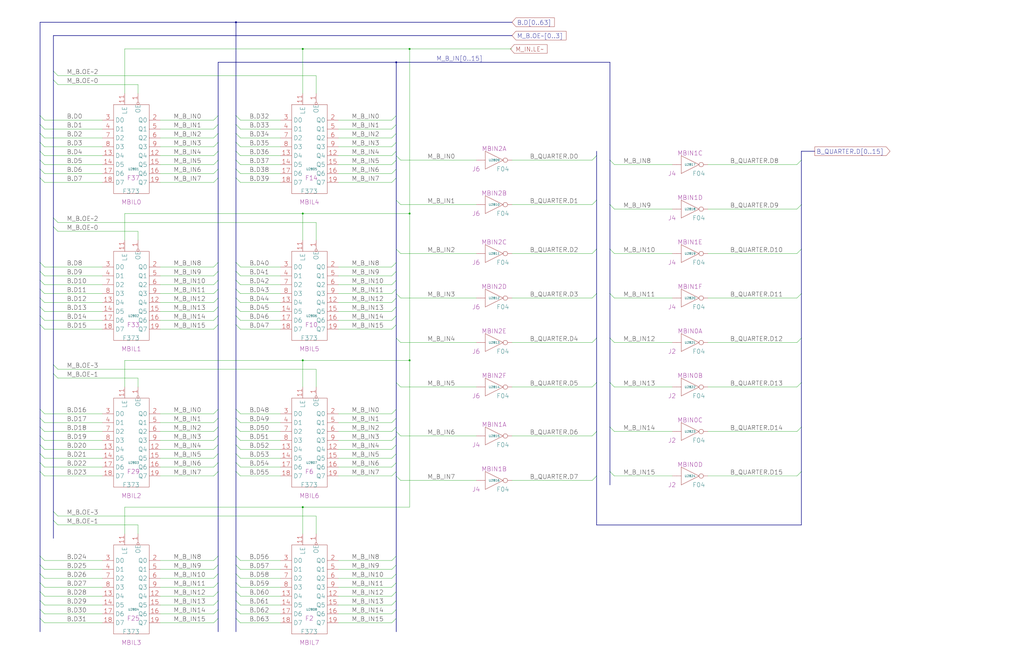
<source format=kicad_sch>
(kicad_sch (version 20220126) (generator eeschema)
  (paper "User" 584.2 378.46)
  (title_block (title "MULTIPLIER B INPUT LATCH") (date "22-MAR-90") (rev "1.0") (comment 1 "VALUE") (comment 2 "232-003063") (comment 3 "S400") (comment 4 "RELEASED"))
  (lib_symbols
    (symbol "r1000:F04" (pin_numbers hide) (pin_names hide)
      (property "Reference" "U" (at 0 0 0))
      (property "Value" "F04" (at 1.27 -5.08 0))
      (property "Location" "___" (at -12.7 -5.08 0))
      (property "Name" "______" (at 0 5.08 0))
      (symbol "F04_1_1"
        (pin input line (at -10.16 0 0) (length 2.54) (name "D0") (number "1"))
        (pin output line (at 10.16 0 180) (length 2.54) (name "Q") (number "2"))
      )
    )
    (symbol "r1000:F373" (pin_names (offset 1.016))
      (property "Reference" "U" (at 2.54 5.08 0))
      (property "Value" "F373" (at -3.81 -7.62 0))
      (property "Location" "___" (at -1.27 0 0))
      (property "Name" "______" (at 1.27 -15.24 0))
      (symbol "F373_1_1"
        (pin input line (at 5.08 48.26 270) (length 5.08) (name "OE") (number "1"))
        (pin input line (at -2.54 48.26 270) (length 6.35) (name "LE") (number "11"))
        (pin tri_state line (at 17.78 12.7 180) (length 6.35) (name "Q4") (number "12"))
        (pin input line (at -15.24 12.7 0) (length 6.35) (name "D4") (number "13"))
        (pin input line (at -15.24 7.62 0) (length 6.35) (name "D5") (number "14"))
        (pin tri_state line (at 17.78 7.62 180) (length 6.35) (name "Q5") (number "15"))
        (pin tri_state line (at 17.78 2.54 180) (length 6.35) (name "Q6") (number "16"))
        (pin input line (at -15.24 2.54 0) (length 6.35) (name "D6") (number "17"))
        (pin input line (at -15.24 -2.54 0) (length 6.35) (name "D7") (number "18"))
        (pin tri_state line (at 17.78 -2.54 180) (length 6.35) (name "Q7") (number "19"))
        (pin tri_state line (at 17.78 33.02 180) (length 6.35) (name "Q0") (number "2"))
        (pin input line (at -15.24 33.02 0) (length 6.35) (name "D0") (number "3"))
        (pin input line (at -15.24 27.94 0) (length 6.35) (name "D1") (number "4"))
        (pin tri_state line (at 17.78 27.94 180) (length 6.35) (name "Q1") (number "5"))
        (pin tri_state line (at 17.78 22.86 180) (length 6.35) (name "Q2") (number "6"))
        (pin input line (at -15.24 22.86 0) (length 6.35) (name "D2") (number "7"))
        (pin input line (at -15.24 17.78 0) (length 6.35) (name "D3") (number "8"))
        (pin tri_state line (at 17.78 17.78 180) (length 6.35) (name "Q3") (number "9"))
      )
    )
  )
  (bus (pts (xy 124.46 101.6) (xy 124.46 149.86)))
  (bus (pts (xy 124.46 149.86) (xy 124.46 154.94)))
  (bus (pts (xy 124.46 154.94) (xy 124.46 160.02)))
  (bus (pts (xy 124.46 160.02) (xy 124.46 165.1)))
  (bus (pts (xy 124.46 165.1) (xy 124.46 170.18)))
  (bus (pts (xy 124.46 170.18) (xy 124.46 175.26)))
  (bus (pts (xy 124.46 175.26) (xy 124.46 180.34)))
  (bus (pts (xy 124.46 180.34) (xy 124.46 185.42)))
  (bus (pts (xy 124.46 185.42) (xy 124.46 233.68)))
  (bus (pts (xy 124.46 233.68) (xy 124.46 238.76)))
  (bus (pts (xy 124.46 238.76) (xy 124.46 243.84)))
  (bus (pts (xy 124.46 243.84) (xy 124.46 248.92)))
  (bus (pts (xy 124.46 248.92) (xy 124.46 254)))
  (bus (pts (xy 124.46 254) (xy 124.46 259.08)))
  (bus (pts (xy 124.46 259.08) (xy 124.46 264.16)))
  (bus (pts (xy 124.46 264.16) (xy 124.46 269.24)))
  (bus (pts (xy 124.46 269.24) (xy 124.46 317.5)))
  (bus (pts (xy 124.46 317.5) (xy 124.46 322.58)))
  (bus (pts (xy 124.46 322.58) (xy 124.46 327.66)))
  (bus (pts (xy 124.46 327.66) (xy 124.46 332.74)))
  (bus (pts (xy 124.46 332.74) (xy 124.46 337.82)))
  (bus (pts (xy 124.46 337.82) (xy 124.46 342.9)))
  (bus (pts (xy 124.46 342.9) (xy 124.46 347.98)))
  (bus (pts (xy 124.46 347.98) (xy 124.46 353.06)))
  (bus (pts (xy 124.46 35.56) (xy 124.46 66.04)))
  (bus (pts (xy 124.46 35.56) (xy 226.06 35.56)))
  (bus (pts (xy 124.46 353.06) (xy 124.46 360.68)))
  (bus (pts (xy 124.46 66.04) (xy 124.46 71.12)))
  (bus (pts (xy 124.46 71.12) (xy 124.46 76.2)))
  (bus (pts (xy 124.46 76.2) (xy 124.46 81.28)))
  (bus (pts (xy 124.46 81.28) (xy 124.46 86.36)))
  (bus (pts (xy 124.46 86.36) (xy 124.46 91.44)))
  (bus (pts (xy 124.46 91.44) (xy 124.46 96.52)))
  (bus (pts (xy 124.46 96.52) (xy 124.46 101.6)))
  (bus (pts (xy 134.62 101.6) (xy 134.62 149.86)))
  (bus (pts (xy 134.62 12.7) (xy 134.62 66.04)))
  (bus (pts (xy 134.62 12.7) (xy 292.1 12.7)))
  (bus (pts (xy 134.62 149.86) (xy 134.62 154.94)))
  (bus (pts (xy 134.62 154.94) (xy 134.62 160.02)))
  (bus (pts (xy 134.62 160.02) (xy 134.62 165.1)))
  (bus (pts (xy 134.62 165.1) (xy 134.62 170.18)))
  (bus (pts (xy 134.62 170.18) (xy 134.62 175.26)))
  (bus (pts (xy 134.62 175.26) (xy 134.62 180.34)))
  (bus (pts (xy 134.62 180.34) (xy 134.62 185.42)))
  (bus (pts (xy 134.62 185.42) (xy 134.62 233.68)))
  (bus (pts (xy 134.62 233.68) (xy 134.62 238.76)))
  (bus (pts (xy 134.62 238.76) (xy 134.62 243.84)))
  (bus (pts (xy 134.62 243.84) (xy 134.62 248.92)))
  (bus (pts (xy 134.62 248.92) (xy 134.62 254)))
  (bus (pts (xy 134.62 254) (xy 134.62 259.08)))
  (bus (pts (xy 134.62 259.08) (xy 134.62 264.16)))
  (bus (pts (xy 134.62 264.16) (xy 134.62 269.24)))
  (bus (pts (xy 134.62 269.24) (xy 134.62 317.5)))
  (bus (pts (xy 134.62 317.5) (xy 134.62 322.58)))
  (bus (pts (xy 134.62 322.58) (xy 134.62 327.66)))
  (bus (pts (xy 134.62 327.66) (xy 134.62 332.74)))
  (bus (pts (xy 134.62 332.74) (xy 134.62 337.82)))
  (bus (pts (xy 134.62 337.82) (xy 134.62 342.9)))
  (bus (pts (xy 134.62 342.9) (xy 134.62 347.98)))
  (bus (pts (xy 134.62 347.98) (xy 134.62 353.06)))
  (bus (pts (xy 134.62 353.06) (xy 134.62 360.68)))
  (bus (pts (xy 134.62 66.04) (xy 134.62 71.12)))
  (bus (pts (xy 134.62 71.12) (xy 134.62 76.2)))
  (bus (pts (xy 134.62 76.2) (xy 134.62 81.28)))
  (bus (pts (xy 134.62 81.28) (xy 134.62 86.36)))
  (bus (pts (xy 134.62 86.36) (xy 134.62 91.44)))
  (bus (pts (xy 134.62 91.44) (xy 134.62 96.52)))
  (bus (pts (xy 134.62 96.52) (xy 134.62 101.6)))
  (bus (pts (xy 22.86 101.6) (xy 22.86 149.86)))
  (bus (pts (xy 22.86 12.7) (xy 134.62 12.7)))
  (bus (pts (xy 22.86 12.7) (xy 22.86 66.04)))
  (bus (pts (xy 22.86 149.86) (xy 22.86 154.94)))
  (bus (pts (xy 22.86 154.94) (xy 22.86 160.02)))
  (bus (pts (xy 22.86 160.02) (xy 22.86 165.1)))
  (bus (pts (xy 22.86 165.1) (xy 22.86 170.18)))
  (bus (pts (xy 22.86 170.18) (xy 22.86 175.26)))
  (bus (pts (xy 22.86 175.26) (xy 22.86 180.34)))
  (bus (pts (xy 22.86 180.34) (xy 22.86 185.42)))
  (bus (pts (xy 22.86 185.42) (xy 22.86 233.68)))
  (bus (pts (xy 22.86 233.68) (xy 22.86 238.76)))
  (bus (pts (xy 22.86 238.76) (xy 22.86 243.84)))
  (bus (pts (xy 22.86 243.84) (xy 22.86 248.92)))
  (bus (pts (xy 22.86 248.92) (xy 22.86 254)))
  (bus (pts (xy 22.86 254) (xy 22.86 259.08)))
  (bus (pts (xy 22.86 259.08) (xy 22.86 264.16)))
  (bus (pts (xy 22.86 264.16) (xy 22.86 269.24)))
  (bus (pts (xy 22.86 269.24) (xy 22.86 317.5)))
  (bus (pts (xy 22.86 317.5) (xy 22.86 322.58)))
  (bus (pts (xy 22.86 322.58) (xy 22.86 327.66)))
  (bus (pts (xy 22.86 327.66) (xy 22.86 332.74)))
  (bus (pts (xy 22.86 332.74) (xy 22.86 337.82)))
  (bus (pts (xy 22.86 337.82) (xy 22.86 342.9)))
  (bus (pts (xy 22.86 342.9) (xy 22.86 347.98)))
  (bus (pts (xy 22.86 347.98) (xy 22.86 353.06)))
  (bus (pts (xy 22.86 353.06) (xy 22.86 360.68)))
  (bus (pts (xy 22.86 66.04) (xy 22.86 71.12)))
  (bus (pts (xy 22.86 71.12) (xy 22.86 76.2)))
  (bus (pts (xy 22.86 76.2) (xy 22.86 81.28)))
  (bus (pts (xy 22.86 81.28) (xy 22.86 86.36)))
  (bus (pts (xy 22.86 86.36) (xy 22.86 91.44)))
  (bus (pts (xy 22.86 91.44) (xy 22.86 96.52)))
  (bus (pts (xy 22.86 96.52) (xy 22.86 101.6)))
  (bus (pts (xy 226.06 101.6) (xy 226.06 114.3)))
  (bus (pts (xy 226.06 114.3) (xy 226.06 142.24)))
  (bus (pts (xy 226.06 142.24) (xy 226.06 149.86)))
  (bus (pts (xy 226.06 149.86) (xy 226.06 154.94)))
  (bus (pts (xy 226.06 154.94) (xy 226.06 160.02)))
  (bus (pts (xy 226.06 160.02) (xy 226.06 165.1)))
  (bus (pts (xy 226.06 165.1) (xy 226.06 167.64)))
  (bus (pts (xy 226.06 167.64) (xy 226.06 170.18)))
  (bus (pts (xy 226.06 170.18) (xy 226.06 175.26)))
  (bus (pts (xy 226.06 175.26) (xy 226.06 180.34)))
  (bus (pts (xy 226.06 180.34) (xy 226.06 185.42)))
  (bus (pts (xy 226.06 185.42) (xy 226.06 193.04)))
  (bus (pts (xy 226.06 193.04) (xy 226.06 218.44)))
  (bus (pts (xy 226.06 218.44) (xy 226.06 233.68)))
  (bus (pts (xy 226.06 233.68) (xy 226.06 238.76)))
  (bus (pts (xy 226.06 238.76) (xy 226.06 243.84)))
  (bus (pts (xy 226.06 243.84) (xy 226.06 246.38)))
  (bus (pts (xy 226.06 246.38) (xy 226.06 248.92)))
  (bus (pts (xy 226.06 248.92) (xy 226.06 254)))
  (bus (pts (xy 226.06 254) (xy 226.06 259.08)))
  (bus (pts (xy 226.06 259.08) (xy 226.06 264.16)))
  (bus (pts (xy 226.06 264.16) (xy 226.06 269.24)))
  (bus (pts (xy 226.06 269.24) (xy 226.06 271.78)))
  (bus (pts (xy 226.06 271.78) (xy 226.06 317.5)))
  (bus (pts (xy 226.06 317.5) (xy 226.06 322.58)))
  (bus (pts (xy 226.06 322.58) (xy 226.06 327.66)))
  (bus (pts (xy 226.06 327.66) (xy 226.06 332.74)))
  (bus (pts (xy 226.06 332.74) (xy 226.06 337.82)))
  (bus (pts (xy 226.06 337.82) (xy 226.06 342.9)))
  (bus (pts (xy 226.06 342.9) (xy 226.06 347.98)))
  (bus (pts (xy 226.06 347.98) (xy 226.06 353.06)))
  (bus (pts (xy 226.06 35.56) (xy 226.06 66.04)))
  (bus (pts (xy 226.06 35.56) (xy 347.98 35.56)))
  (bus (pts (xy 226.06 353.06) (xy 226.06 360.68)))
  (bus (pts (xy 226.06 66.04) (xy 226.06 71.12)))
  (bus (pts (xy 226.06 71.12) (xy 226.06 76.2)))
  (bus (pts (xy 226.06 76.2) (xy 226.06 81.28)))
  (bus (pts (xy 226.06 81.28) (xy 226.06 86.36)))
  (bus (pts (xy 226.06 86.36) (xy 226.06 88.9)))
  (bus (pts (xy 226.06 88.9) (xy 226.06 91.44)))
  (bus (pts (xy 226.06 91.44) (xy 226.06 96.52)))
  (bus (pts (xy 226.06 96.52) (xy 226.06 101.6)))
  (bus (pts (xy 30.48 124.46) (xy 30.48 129.54)))
  (bus (pts (xy 30.48 129.54) (xy 30.48 208.28)))
  (bus (pts (xy 30.48 20.32) (xy 292.1 20.32)))
  (bus (pts (xy 30.48 20.32) (xy 30.48 40.64)))
  (bus (pts (xy 30.48 208.28) (xy 30.48 213.36)))
  (bus (pts (xy 30.48 213.36) (xy 30.48 292.1)))
  (bus (pts (xy 30.48 292.1) (xy 30.48 297.18)))
  (bus (pts (xy 30.48 297.18) (xy 30.48 307.34)))
  (bus (pts (xy 30.48 40.64) (xy 30.48 45.72)))
  (bus (pts (xy 30.48 45.72) (xy 30.48 124.46)))
  (bus (pts (xy 340.36 114.3) (xy 340.36 142.24)))
  (bus (pts (xy 340.36 142.24) (xy 340.36 167.64)))
  (bus (pts (xy 340.36 167.64) (xy 340.36 193.04)))
  (bus (pts (xy 340.36 193.04) (xy 340.36 218.44)))
  (bus (pts (xy 340.36 218.44) (xy 340.36 246.38)))
  (bus (pts (xy 340.36 246.38) (xy 340.36 271.78)))
  (bus (pts (xy 340.36 271.78) (xy 340.36 299.72)))
  (bus (pts (xy 340.36 299.72) (xy 457.2 299.72)))
  (bus (pts (xy 340.36 86.36) (xy 340.36 88.9)))
  (bus (pts (xy 340.36 88.9) (xy 340.36 114.3)))
  (bus (pts (xy 347.98 116.84) (xy 347.98 142.24)))
  (bus (pts (xy 347.98 142.24) (xy 347.98 167.64)))
  (bus (pts (xy 347.98 167.64) (xy 347.98 193.04)))
  (bus (pts (xy 347.98 193.04) (xy 347.98 218.44)))
  (bus (pts (xy 347.98 218.44) (xy 347.98 243.84)))
  (bus (pts (xy 347.98 243.84) (xy 347.98 269.24)))
  (bus (pts (xy 347.98 269.24) (xy 347.98 276.86)))
  (bus (pts (xy 347.98 35.56) (xy 347.98 91.44)))
  (bus (pts (xy 347.98 91.44) (xy 347.98 116.84)))
  (bus (pts (xy 457.2 116.84) (xy 457.2 142.24)))
  (bus (pts (xy 457.2 142.24) (xy 457.2 167.64)))
  (bus (pts (xy 457.2 167.64) (xy 457.2 193.04)))
  (bus (pts (xy 457.2 193.04) (xy 457.2 218.44)))
  (bus (pts (xy 457.2 218.44) (xy 457.2 243.84)))
  (bus (pts (xy 457.2 243.84) (xy 457.2 269.24)))
  (bus (pts (xy 457.2 269.24) (xy 457.2 299.72)))
  (bus (pts (xy 457.2 86.36) (xy 457.2 91.44)))
  (bus (pts (xy 457.2 86.36) (xy 464.82 86.36)))
  (bus (pts (xy 457.2 91.44) (xy 457.2 116.84)))
  (wire (pts (xy 137.16 104.14) (xy 160.02 104.14)))
  (wire (pts (xy 137.16 152.4) (xy 160.02 152.4)))
  (wire (pts (xy 137.16 157.48) (xy 160.02 157.48)))
  (wire (pts (xy 137.16 162.56) (xy 160.02 162.56)))
  (wire (pts (xy 137.16 167.64) (xy 160.02 167.64)))
  (wire (pts (xy 137.16 172.72) (xy 160.02 172.72)))
  (wire (pts (xy 137.16 177.8) (xy 160.02 177.8)))
  (wire (pts (xy 137.16 182.88) (xy 160.02 182.88)))
  (wire (pts (xy 137.16 187.96) (xy 160.02 187.96)))
  (wire (pts (xy 137.16 236.22) (xy 160.02 236.22)))
  (wire (pts (xy 137.16 241.3) (xy 160.02 241.3)))
  (wire (pts (xy 137.16 246.38) (xy 160.02 246.38)))
  (wire (pts (xy 137.16 251.46) (xy 160.02 251.46)))
  (wire (pts (xy 137.16 256.54) (xy 160.02 256.54)))
  (wire (pts (xy 137.16 261.62) (xy 160.02 261.62)))
  (wire (pts (xy 137.16 266.7) (xy 160.02 266.7)))
  (wire (pts (xy 137.16 271.78) (xy 160.02 271.78)))
  (wire (pts (xy 137.16 320.04) (xy 160.02 320.04)))
  (wire (pts (xy 137.16 325.12) (xy 160.02 325.12)))
  (wire (pts (xy 137.16 330.2) (xy 160.02 330.2)))
  (wire (pts (xy 137.16 335.28) (xy 160.02 335.28)))
  (wire (pts (xy 137.16 340.36) (xy 160.02 340.36)))
  (wire (pts (xy 137.16 345.44) (xy 160.02 345.44)))
  (wire (pts (xy 137.16 350.52) (xy 160.02 350.52)))
  (wire (pts (xy 137.16 355.6) (xy 160.02 355.6)))
  (wire (pts (xy 137.16 68.58) (xy 160.02 68.58)))
  (wire (pts (xy 137.16 73.66) (xy 160.02 73.66)))
  (wire (pts (xy 137.16 78.74) (xy 160.02 78.74)))
  (wire (pts (xy 137.16 83.82) (xy 160.02 83.82)))
  (wire (pts (xy 137.16 88.9) (xy 160.02 88.9)))
  (wire (pts (xy 137.16 93.98) (xy 160.02 93.98)))
  (wire (pts (xy 137.16 99.06) (xy 160.02 99.06)))
  (wire (pts (xy 172.72 121.92) (xy 172.72 137.16)))
  (wire (pts (xy 172.72 121.92) (xy 233.68 121.92)))
  (wire (pts (xy 172.72 205.74) (xy 172.72 220.98)))
  (wire (pts (xy 172.72 205.74) (xy 233.68 205.74)))
  (wire (pts (xy 172.72 27.94) (xy 172.72 53.34)))
  (wire (pts (xy 172.72 27.94) (xy 71.12 27.94)))
  (wire (pts (xy 172.72 289.56) (xy 172.72 304.8)))
  (wire (pts (xy 172.72 289.56) (xy 233.68 289.56)))
  (wire (pts (xy 180.34 127) (xy 180.34 137.16)))
  (wire (pts (xy 180.34 210.82) (xy 180.34 220.98)))
  (wire (pts (xy 180.34 294.64) (xy 180.34 304.8)))
  (wire (pts (xy 180.34 43.18) (xy 180.34 53.34)))
  (wire (pts (xy 193.04 104.14) (xy 223.52 104.14)))
  (wire (pts (xy 193.04 152.4) (xy 223.52 152.4)))
  (wire (pts (xy 193.04 157.48) (xy 223.52 157.48)))
  (wire (pts (xy 193.04 162.56) (xy 223.52 162.56)))
  (wire (pts (xy 193.04 167.64) (xy 223.52 167.64)))
  (wire (pts (xy 193.04 172.72) (xy 223.52 172.72)))
  (wire (pts (xy 193.04 177.8) (xy 223.52 177.8)))
  (wire (pts (xy 193.04 182.88) (xy 223.52 182.88)))
  (wire (pts (xy 193.04 187.96) (xy 223.52 187.96)))
  (wire (pts (xy 193.04 236.22) (xy 223.52 236.22)))
  (wire (pts (xy 193.04 241.3) (xy 223.52 241.3)))
  (wire (pts (xy 193.04 246.38) (xy 223.52 246.38)))
  (wire (pts (xy 193.04 251.46) (xy 223.52 251.46)))
  (wire (pts (xy 193.04 256.54) (xy 223.52 256.54)))
  (wire (pts (xy 193.04 261.62) (xy 223.52 261.62)))
  (wire (pts (xy 193.04 266.7) (xy 223.52 266.7)))
  (wire (pts (xy 193.04 271.78) (xy 223.52 271.78)))
  (wire (pts (xy 193.04 320.04) (xy 223.52 320.04)))
  (wire (pts (xy 193.04 325.12) (xy 223.52 325.12)))
  (wire (pts (xy 193.04 330.2) (xy 223.52 330.2)))
  (wire (pts (xy 193.04 335.28) (xy 223.52 335.28)))
  (wire (pts (xy 193.04 340.36) (xy 223.52 340.36)))
  (wire (pts (xy 193.04 345.44) (xy 223.52 345.44)))
  (wire (pts (xy 193.04 350.52) (xy 223.52 350.52)))
  (wire (pts (xy 193.04 355.6) (xy 223.52 355.6)))
  (wire (pts (xy 193.04 68.58) (xy 223.52 68.58)))
  (wire (pts (xy 193.04 73.66) (xy 223.52 73.66)))
  (wire (pts (xy 193.04 78.74) (xy 223.52 78.74)))
  (wire (pts (xy 193.04 83.82) (xy 223.52 83.82)))
  (wire (pts (xy 193.04 88.9) (xy 223.52 88.9)))
  (wire (pts (xy 193.04 93.98) (xy 223.52 93.98)))
  (wire (pts (xy 193.04 99.06) (xy 223.52 99.06)))
  (wire (pts (xy 228.6 116.84) (xy 271.78 116.84)))
  (wire (pts (xy 228.6 144.78) (xy 271.78 144.78)))
  (wire (pts (xy 228.6 170.18) (xy 271.78 170.18)))
  (wire (pts (xy 228.6 195.58) (xy 271.78 195.58)))
  (wire (pts (xy 228.6 220.98) (xy 271.78 220.98)))
  (wire (pts (xy 228.6 248.92) (xy 271.78 248.92)))
  (wire (pts (xy 228.6 274.32) (xy 271.78 274.32)))
  (wire (pts (xy 228.6 91.44) (xy 271.78 91.44)))
  (wire (pts (xy 233.68 121.92) (xy 233.68 27.94)))
  (wire (pts (xy 233.68 205.74) (xy 233.68 121.92)))
  (wire (pts (xy 233.68 27.94) (xy 172.72 27.94)))
  (wire (pts (xy 233.68 27.94) (xy 292.1 27.94)))
  (wire (pts (xy 233.68 289.56) (xy 233.68 205.74)))
  (wire (pts (xy 25.4 104.14) (xy 58.42 104.14)))
  (wire (pts (xy 25.4 152.4) (xy 58.42 152.4)))
  (wire (pts (xy 25.4 157.48) (xy 58.42 157.48)))
  (wire (pts (xy 25.4 162.56) (xy 58.42 162.56)))
  (wire (pts (xy 25.4 167.64) (xy 58.42 167.64)))
  (wire (pts (xy 25.4 172.72) (xy 58.42 172.72)))
  (wire (pts (xy 25.4 177.8) (xy 58.42 177.8)))
  (wire (pts (xy 25.4 182.88) (xy 58.42 182.88)))
  (wire (pts (xy 25.4 187.96) (xy 58.42 187.96)))
  (wire (pts (xy 25.4 236.22) (xy 58.42 236.22)))
  (wire (pts (xy 25.4 241.3) (xy 58.42 241.3)))
  (wire (pts (xy 25.4 246.38) (xy 58.42 246.38)))
  (wire (pts (xy 25.4 251.46) (xy 58.42 251.46)))
  (wire (pts (xy 25.4 256.54) (xy 58.42 256.54)))
  (wire (pts (xy 25.4 261.62) (xy 58.42 261.62)))
  (wire (pts (xy 25.4 266.7) (xy 58.42 266.7)))
  (wire (pts (xy 25.4 271.78) (xy 58.42 271.78)))
  (wire (pts (xy 25.4 320.04) (xy 58.42 320.04)))
  (wire (pts (xy 25.4 325.12) (xy 58.42 325.12)))
  (wire (pts (xy 25.4 330.2) (xy 58.42 330.2)))
  (wire (pts (xy 25.4 335.28) (xy 58.42 335.28)))
  (wire (pts (xy 25.4 340.36) (xy 58.42 340.36)))
  (wire (pts (xy 25.4 345.44) (xy 58.42 345.44)))
  (wire (pts (xy 25.4 350.52) (xy 58.42 350.52)))
  (wire (pts (xy 25.4 355.6) (xy 58.42 355.6)))
  (wire (pts (xy 25.4 68.58) (xy 58.42 68.58)))
  (wire (pts (xy 25.4 73.66) (xy 58.42 73.66)))
  (wire (pts (xy 25.4 78.74) (xy 58.42 78.74)))
  (wire (pts (xy 25.4 83.82) (xy 58.42 83.82)))
  (wire (pts (xy 25.4 88.9) (xy 58.42 88.9)))
  (wire (pts (xy 25.4 93.98) (xy 58.42 93.98)))
  (wire (pts (xy 25.4 99.06) (xy 58.42 99.06)))
  (wire (pts (xy 292.1 116.84) (xy 337.82 116.84)))
  (wire (pts (xy 292.1 144.78) (xy 337.82 144.78)))
  (wire (pts (xy 292.1 170.18) (xy 337.82 170.18)))
  (wire (pts (xy 292.1 195.58) (xy 337.82 195.58)))
  (wire (pts (xy 292.1 220.98) (xy 337.82 220.98)))
  (wire (pts (xy 292.1 248.92) (xy 337.82 248.92)))
  (wire (pts (xy 292.1 274.32) (xy 337.82 274.32)))
  (wire (pts (xy 292.1 91.44) (xy 337.82 91.44)))
  (wire (pts (xy 33.02 127) (xy 180.34 127)))
  (wire (pts (xy 33.02 132.08) (xy 78.74 132.08)))
  (wire (pts (xy 33.02 210.82) (xy 180.34 210.82)))
  (wire (pts (xy 33.02 215.9) (xy 78.74 215.9)))
  (wire (pts (xy 33.02 294.64) (xy 180.34 294.64)))
  (wire (pts (xy 33.02 299.72) (xy 78.74 299.72)))
  (wire (pts (xy 33.02 43.18) (xy 180.34 43.18)))
  (wire (pts (xy 33.02 48.26) (xy 78.74 48.26)))
  (wire (pts (xy 350.52 119.38) (xy 383.54 119.38)))
  (wire (pts (xy 350.52 144.78) (xy 383.54 144.78)))
  (wire (pts (xy 350.52 170.18) (xy 383.54 170.18)))
  (wire (pts (xy 350.52 195.58) (xy 383.54 195.58)))
  (wire (pts (xy 350.52 220.98) (xy 383.54 220.98)))
  (wire (pts (xy 350.52 246.38) (xy 383.54 246.38)))
  (wire (pts (xy 350.52 271.78) (xy 383.54 271.78)))
  (wire (pts (xy 350.52 93.98) (xy 383.54 93.98)))
  (wire (pts (xy 403.86 119.38) (xy 454.66 119.38)))
  (wire (pts (xy 403.86 144.78) (xy 454.66 144.78)))
  (wire (pts (xy 403.86 170.18) (xy 454.66 170.18)))
  (wire (pts (xy 403.86 195.58) (xy 454.66 195.58)))
  (wire (pts (xy 403.86 220.98) (xy 454.66 220.98)))
  (wire (pts (xy 403.86 246.38) (xy 454.66 246.38)))
  (wire (pts (xy 403.86 271.78) (xy 454.66 271.78)))
  (wire (pts (xy 403.86 93.98) (xy 454.66 93.98)))
  (wire (pts (xy 71.12 121.92) (xy 172.72 121.92)))
  (wire (pts (xy 71.12 121.92) (xy 71.12 137.16)))
  (wire (pts (xy 71.12 205.74) (xy 172.72 205.74)))
  (wire (pts (xy 71.12 205.74) (xy 71.12 220.98)))
  (wire (pts (xy 71.12 27.94) (xy 71.12 53.34)))
  (wire (pts (xy 71.12 289.56) (xy 172.72 289.56)))
  (wire (pts (xy 71.12 289.56) (xy 71.12 304.8)))
  (wire (pts (xy 78.74 132.08) (xy 78.74 137.16)))
  (wire (pts (xy 78.74 215.9) (xy 78.74 220.98)))
  (wire (pts (xy 78.74 299.72) (xy 78.74 304.8)))
  (wire (pts (xy 78.74 48.26) (xy 78.74 53.34)))
  (wire (pts (xy 91.44 104.14) (xy 121.92 104.14)))
  (wire (pts (xy 91.44 152.4) (xy 121.92 152.4)))
  (wire (pts (xy 91.44 157.48) (xy 121.92 157.48)))
  (wire (pts (xy 91.44 162.56) (xy 121.92 162.56)))
  (wire (pts (xy 91.44 167.64) (xy 121.92 167.64)))
  (wire (pts (xy 91.44 172.72) (xy 121.92 172.72)))
  (wire (pts (xy 91.44 177.8) (xy 121.92 177.8)))
  (wire (pts (xy 91.44 182.88) (xy 121.92 182.88)))
  (wire (pts (xy 91.44 187.96) (xy 121.92 187.96)))
  (wire (pts (xy 91.44 236.22) (xy 121.92 236.22)))
  (wire (pts (xy 91.44 241.3) (xy 121.92 241.3)))
  (wire (pts (xy 91.44 246.38) (xy 121.92 246.38)))
  (wire (pts (xy 91.44 251.46) (xy 121.92 251.46)))
  (wire (pts (xy 91.44 256.54) (xy 121.92 256.54)))
  (wire (pts (xy 91.44 261.62) (xy 121.92 261.62)))
  (wire (pts (xy 91.44 266.7) (xy 121.92 266.7)))
  (wire (pts (xy 91.44 271.78) (xy 121.92 271.78)))
  (wire (pts (xy 91.44 320.04) (xy 121.92 320.04)))
  (wire (pts (xy 91.44 325.12) (xy 121.92 325.12)))
  (wire (pts (xy 91.44 330.2) (xy 121.92 330.2)))
  (wire (pts (xy 91.44 335.28) (xy 121.92 335.28)))
  (wire (pts (xy 91.44 340.36) (xy 121.92 340.36)))
  (wire (pts (xy 91.44 345.44) (xy 121.92 345.44)))
  (wire (pts (xy 91.44 350.52) (xy 121.92 350.52)))
  (wire (pts (xy 91.44 355.6) (xy 121.92 355.6)))
  (wire (pts (xy 91.44 68.58) (xy 121.92 68.58)))
  (wire (pts (xy 91.44 73.66) (xy 121.92 73.66)))
  (wire (pts (xy 91.44 78.74) (xy 121.92 78.74)))
  (wire (pts (xy 91.44 83.82) (xy 121.92 83.82)))
  (wire (pts (xy 91.44 88.9) (xy 121.92 88.9)))
  (wire (pts (xy 91.44 93.98) (xy 121.92 93.98)))
  (wire (pts (xy 91.44 99.06) (xy 121.92 99.06)))
  (bus_entry (at 22.86 66.04) (size 2.54 2.54))
  (bus_entry (at 22.86 71.12) (size 2.54 2.54))
  (bus_entry (at 22.86 76.2) (size 2.54 2.54))
  (bus_entry (at 22.86 81.28) (size 2.54 2.54))
  (bus_entry (at 22.86 86.36) (size 2.54 2.54))
  (bus_entry (at 22.86 91.44) (size 2.54 2.54))
  (bus_entry (at 22.86 96.52) (size 2.54 2.54))
  (bus_entry (at 22.86 101.6) (size 2.54 2.54))
  (bus_entry (at 22.86 149.86) (size 2.54 2.54))
  (bus_entry (at 22.86 154.94) (size 2.54 2.54))
  (bus_entry (at 22.86 160.02) (size 2.54 2.54))
  (bus_entry (at 22.86 165.1) (size 2.54 2.54))
  (bus_entry (at 22.86 170.18) (size 2.54 2.54))
  (bus_entry (at 22.86 175.26) (size 2.54 2.54))
  (bus_entry (at 22.86 180.34) (size 2.54 2.54))
  (bus_entry (at 22.86 185.42) (size 2.54 2.54))
  (bus_entry (at 22.86 233.68) (size 2.54 2.54))
  (bus_entry (at 22.86 238.76) (size 2.54 2.54))
  (bus_entry (at 22.86 243.84) (size 2.54 2.54))
  (bus_entry (at 22.86 248.92) (size 2.54 2.54))
  (bus_entry (at 22.86 254) (size 2.54 2.54))
  (bus_entry (at 22.86 259.08) (size 2.54 2.54))
  (bus_entry (at 22.86 264.16) (size 2.54 2.54))
  (bus_entry (at 22.86 269.24) (size 2.54 2.54))
  (bus_entry (at 22.86 317.5) (size 2.54 2.54))
  (bus_entry (at 22.86 322.58) (size 2.54 2.54))
  (bus_entry (at 22.86 327.66) (size 2.54 2.54))
  (bus_entry (at 22.86 332.74) (size 2.54 2.54))
  (bus_entry (at 22.86 337.82) (size 2.54 2.54))
  (bus_entry (at 22.86 342.9) (size 2.54 2.54))
  (bus_entry (at 22.86 347.98) (size 2.54 2.54))
  (bus_entry (at 22.86 353.06) (size 2.54 2.54))
  (bus_entry (at 30.48 40.64) (size 2.54 2.54))
  (bus_entry (at 30.48 45.72) (size 2.54 2.54))
  (bus_entry (at 30.48 124.46) (size 2.54 2.54))
  (bus_entry (at 30.48 129.54) (size 2.54 2.54))
  (bus_entry (at 30.48 208.28) (size 2.54 2.54))
  (bus_entry (at 30.48 213.36) (size 2.54 2.54))
  (bus_entry (at 30.48 292.1) (size 2.54 2.54))
  (bus_entry (at 30.48 297.18) (size 2.54 2.54))
  (label "M_B.OE~2" (at 38.1 43.18 0) (effects (font (size 2.54 2.54))))
  (label "M_B.OE~0" (at 38.1 48.26 0) (effects (font (size 2.54 2.54))))
  (label "B.D0" (at 38.1 68.58 0) (effects (font (size 2.54 2.54))))
  (label "B.D1" (at 38.1 73.66 0) (effects (font (size 2.54 2.54))))
  (label "B.D2" (at 38.1 78.74 0) (effects (font (size 2.54 2.54))))
  (label "B.D3" (at 38.1 83.82 0) (effects (font (size 2.54 2.54))))
  (label "B.D4" (at 38.1 88.9 0) (effects (font (size 2.54 2.54))))
  (label "B.D5" (at 38.1 93.98 0) (effects (font (size 2.54 2.54))))
  (label "B.D6" (at 38.1 99.06 0) (effects (font (size 2.54 2.54))))
  (label "B.D7" (at 38.1 104.14 0) (effects (font (size 2.54 2.54))))
  (label "M_B.OE~2" (at 38.1 127 0) (effects (font (size 2.54 2.54))))
  (label "M_B.OE~0" (at 38.1 132.08 0) (effects (font (size 2.54 2.54))))
  (label "B.D8" (at 38.1 152.4 0) (effects (font (size 2.54 2.54))))
  (label "B.D9" (at 38.1 157.48 0) (effects (font (size 2.54 2.54))))
  (label "B.D10" (at 38.1 162.56 0) (effects (font (size 2.54 2.54))))
  (label "B.D11" (at 38.1 167.64 0) (effects (font (size 2.54 2.54))))
  (label "B.D12" (at 38.1 172.72 0) (effects (font (size 2.54 2.54))))
  (label "B.D13" (at 38.1 177.8 0) (effects (font (size 2.54 2.54))))
  (label "B.D14" (at 38.1 182.88 0) (effects (font (size 2.54 2.54))))
  (label "B.D15" (at 38.1 187.96 0) (effects (font (size 2.54 2.54))))
  (label "M_B.OE~3" (at 38.1 210.82 0) (effects (font (size 2.54 2.54))))
  (label "M_B.OE~1" (at 38.1 215.9 0) (effects (font (size 2.54 2.54))))
  (label "B.D16" (at 38.1 236.22 0) (effects (font (size 2.54 2.54))))
  (label "B.D17" (at 38.1 241.3 0) (effects (font (size 2.54 2.54))))
  (label "B.D18" (at 38.1 246.38 0) (effects (font (size 2.54 2.54))))
  (label "B.D19" (at 38.1 251.46 0) (effects (font (size 2.54 2.54))))
  (label "B.D20" (at 38.1 256.54 0) (effects (font (size 2.54 2.54))))
  (label "B.D21" (at 38.1 261.62 0) (effects (font (size 2.54 2.54))))
  (label "B.D22" (at 38.1 266.7 0) (effects (font (size 2.54 2.54))))
  (label "B.D23" (at 38.1 271.78 0) (effects (font (size 2.54 2.54))))
  (label "M_B.OE~3" (at 38.1 294.64 0) (effects (font (size 2.54 2.54))))
  (label "M_B.OE~1" (at 38.1 299.72 0) (effects (font (size 2.54 2.54))))
  (label "B.D24" (at 38.1 320.04 0) (effects (font (size 2.54 2.54))))
  (label "B.D25" (at 38.1 325.12 0) (effects (font (size 2.54 2.54))))
  (label "B.D26" (at 38.1 330.2 0) (effects (font (size 2.54 2.54))))
  (label "B.D27" (at 38.1 335.28 0) (effects (font (size 2.54 2.54))))
  (label "B.D28" (at 38.1 340.36 0) (effects (font (size 2.54 2.54))))
  (label "B.D29" (at 38.1 345.44 0) (effects (font (size 2.54 2.54))))
  (label "B.D30" (at 38.1 350.52 0) (effects (font (size 2.54 2.54))))
  (label "B.D31" (at 38.1 355.6 0) (effects (font (size 2.54 2.54))))
  (symbol (lib_id "r1000:F373") (at 73.66 101.6 0) (unit 1)
    (property "Reference" "U2801" (at 76.2 96.52 0))
    (property "Value" "F373" (at 69.85 109.22 0) (effects (font (size 2.54 2.54)) (justify left)))
    (property "Location" "F37" (at 72.39 101.6 0) (effects (font (size 2.54 2.54)) (justify left)))
    (property "Name" "MBIL0" (at 74.93 116.84 0) (effects (font (size 2.54 2.54)) (justify bottom)))
  )
  (symbol (lib_id "r1000:F373") (at 73.66 185.42 0) (unit 1)
    (property "Reference" "U2802" (at 76.2 180.34 0))
    (property "Value" "F373" (at 69.85 193.04 0) (effects (font (size 2.54 2.54)) (justify left)))
    (property "Location" "F33" (at 72.39 185.42 0) (effects (font (size 2.54 2.54)) (justify left)))
    (property "Name" "MBIL1" (at 74.93 200.66 0) (effects (font (size 2.54 2.54)) (justify bottom)))
  )
  (symbol (lib_id "r1000:F373") (at 73.66 269.24 0) (unit 1)
    (property "Reference" "U2803" (at 76.2 264.16 0))
    (property "Value" "F373" (at 69.85 276.86 0) (effects (font (size 2.54 2.54)) (justify left)))
    (property "Location" "F29" (at 72.39 269.24 0) (effects (font (size 2.54 2.54)) (justify left)))
    (property "Name" "MBIL2" (at 74.93 284.48 0) (effects (font (size 2.54 2.54)) (justify bottom)))
  )
  (symbol (lib_id "r1000:F373") (at 73.66 353.06 0) (unit 1)
    (property "Reference" "U2804" (at 76.2 347.98 0))
    (property "Value" "F373" (at 69.85 360.68 0) (effects (font (size 2.54 2.54)) (justify left)))
    (property "Location" "F25" (at 72.39 353.06 0) (effects (font (size 2.54 2.54)) (justify left)))
    (property "Name" "MBIL3" (at 74.93 368.3 0) (effects (font (size 2.54 2.54)) (justify bottom)))
  )
  (label "M_B_IN0" (at 99.06 68.58 0) (effects (font (size 2.54 2.54))))
  (label "M_B_IN1" (at 99.06 73.66 0) (effects (font (size 2.54 2.54))))
  (label "M_B_IN2" (at 99.06 78.74 0) (effects (font (size 2.54 2.54))))
  (label "M_B_IN3" (at 99.06 83.82 0) (effects (font (size 2.54 2.54))))
  (label "M_B_IN4" (at 99.06 88.9 0) (effects (font (size 2.54 2.54))))
  (label "M_B_IN5" (at 99.06 93.98 0) (effects (font (size 2.54 2.54))))
  (label "M_B_IN6" (at 99.06 99.06 0) (effects (font (size 2.54 2.54))))
  (label "M_B_IN7" (at 99.06 104.14 0) (effects (font (size 2.54 2.54))))
  (label "M_B_IN8" (at 99.06 152.4 0) (effects (font (size 2.54 2.54))))
  (label "M_B_IN9" (at 99.06 157.48 0) (effects (font (size 2.54 2.54))))
  (label "M_B_IN10" (at 99.06 162.56 0) (effects (font (size 2.54 2.54))))
  (label "M_B_IN11" (at 99.06 167.64 0) (effects (font (size 2.54 2.54))))
  (label "M_B_IN12" (at 99.06 172.72 0) (effects (font (size 2.54 2.54))))
  (label "M_B_IN13" (at 99.06 177.8 0) (effects (font (size 2.54 2.54))))
  (label "M_B_IN14" (at 99.06 182.88 0) (effects (font (size 2.54 2.54))))
  (label "M_B_IN15" (at 99.06 187.96 0) (effects (font (size 2.54 2.54))))
  (label "M_B_IN0" (at 99.06 236.22 0) (effects (font (size 2.54 2.54))))
  (label "M_B_IN1" (at 99.06 241.3 0) (effects (font (size 2.54 2.54))))
  (label "M_B_IN2" (at 99.06 246.38 0) (effects (font (size 2.54 2.54))))
  (label "M_B_IN3" (at 99.06 251.46 0) (effects (font (size 2.54 2.54))))
  (label "M_B_IN4" (at 99.06 256.54 0) (effects (font (size 2.54 2.54))))
  (label "M_B_IN5" (at 99.06 261.62 0) (effects (font (size 2.54 2.54))))
  (label "M_B_IN6" (at 99.06 266.7 0) (effects (font (size 2.54 2.54))))
  (label "M_B_IN7" (at 99.06 271.78 0) (effects (font (size 2.54 2.54))))
  (label "M_B_IN8" (at 99.06 320.04 0) (effects (font (size 2.54 2.54))))
  (label "M_B_IN9" (at 99.06 325.12 0) (effects (font (size 2.54 2.54))))
  (label "M_B_IN10" (at 99.06 330.2 0) (effects (font (size 2.54 2.54))))
  (label "M_B_IN11" (at 99.06 335.28 0) (effects (font (size 2.54 2.54))))
  (label "M_B_IN12" (at 99.06 340.36 0) (effects (font (size 2.54 2.54))))
  (label "M_B_IN13" (at 99.06 345.44 0) (effects (font (size 2.54 2.54))))
  (label "M_B_IN14" (at 99.06 350.52 0) (effects (font (size 2.54 2.54))))
  (label "M_B_IN15" (at 99.06 355.6 0) (effects (font (size 2.54 2.54))))
  (bus_entry (at 124.46 66.04) (size -2.54 2.54))
  (bus_entry (at 124.46 71.12) (size -2.54 2.54))
  (bus_entry (at 124.46 76.2) (size -2.54 2.54))
  (bus_entry (at 124.46 81.28) (size -2.54 2.54))
  (bus_entry (at 124.46 86.36) (size -2.54 2.54))
  (bus_entry (at 124.46 91.44) (size -2.54 2.54))
  (bus_entry (at 124.46 96.52) (size -2.54 2.54))
  (bus_entry (at 124.46 101.6) (size -2.54 2.54))
  (bus_entry (at 124.46 149.86) (size -2.54 2.54))
  (bus_entry (at 124.46 154.94) (size -2.54 2.54))
  (bus_entry (at 124.46 160.02) (size -2.54 2.54))
  (bus_entry (at 124.46 165.1) (size -2.54 2.54))
  (bus_entry (at 124.46 170.18) (size -2.54 2.54))
  (bus_entry (at 124.46 175.26) (size -2.54 2.54))
  (bus_entry (at 124.46 180.34) (size -2.54 2.54))
  (bus_entry (at 124.46 185.42) (size -2.54 2.54))
  (bus_entry (at 124.46 233.68) (size -2.54 2.54))
  (bus_entry (at 124.46 238.76) (size -2.54 2.54))
  (bus_entry (at 124.46 243.84) (size -2.54 2.54))
  (bus_entry (at 124.46 248.92) (size -2.54 2.54))
  (bus_entry (at 124.46 254) (size -2.54 2.54))
  (bus_entry (at 124.46 259.08) (size -2.54 2.54))
  (bus_entry (at 124.46 264.16) (size -2.54 2.54))
  (bus_entry (at 124.46 269.24) (size -2.54 2.54))
  (bus_entry (at 124.46 317.5) (size -2.54 2.54))
  (bus_entry (at 124.46 322.58) (size -2.54 2.54))
  (bus_entry (at 124.46 327.66) (size -2.54 2.54))
  (bus_entry (at 124.46 332.74) (size -2.54 2.54))
  (bus_entry (at 124.46 337.82) (size -2.54 2.54))
  (bus_entry (at 124.46 342.9) (size -2.54 2.54))
  (bus_entry (at 124.46 347.98) (size -2.54 2.54))
  (bus_entry (at 124.46 353.06) (size -2.54 2.54))
  (junction (at 134.62 12.7))
  (bus_entry (at 134.62 66.04) (size 2.54 2.54))
  (bus_entry (at 134.62 71.12) (size 2.54 2.54))
  (bus_entry (at 134.62 76.2) (size 2.54 2.54))
  (bus_entry (at 134.62 81.28) (size 2.54 2.54))
  (bus_entry (at 134.62 86.36) (size 2.54 2.54))
  (bus_entry (at 134.62 91.44) (size 2.54 2.54))
  (bus_entry (at 134.62 96.52) (size 2.54 2.54))
  (bus_entry (at 134.62 101.6) (size 2.54 2.54))
  (bus_entry (at 134.62 149.86) (size 2.54 2.54))
  (bus_entry (at 134.62 154.94) (size 2.54 2.54))
  (bus_entry (at 134.62 160.02) (size 2.54 2.54))
  (bus_entry (at 134.62 165.1) (size 2.54 2.54))
  (bus_entry (at 134.62 170.18) (size 2.54 2.54))
  (bus_entry (at 134.62 175.26) (size 2.54 2.54))
  (bus_entry (at 134.62 180.34) (size 2.54 2.54))
  (bus_entry (at 134.62 185.42) (size 2.54 2.54))
  (bus_entry (at 134.62 233.68) (size 2.54 2.54))
  (bus_entry (at 134.62 238.76) (size 2.54 2.54))
  (bus_entry (at 134.62 243.84) (size 2.54 2.54))
  (bus_entry (at 134.62 248.92) (size 2.54 2.54))
  (bus_entry (at 134.62 254) (size 2.54 2.54))
  (bus_entry (at 134.62 259.08) (size 2.54 2.54))
  (bus_entry (at 134.62 264.16) (size 2.54 2.54))
  (bus_entry (at 134.62 269.24) (size 2.54 2.54))
  (bus_entry (at 134.62 317.5) (size 2.54 2.54))
  (bus_entry (at 134.62 322.58) (size 2.54 2.54))
  (bus_entry (at 134.62 327.66) (size 2.54 2.54))
  (bus_entry (at 134.62 332.74) (size 2.54 2.54))
  (bus_entry (at 134.62 337.82) (size 2.54 2.54))
  (bus_entry (at 134.62 342.9) (size 2.54 2.54))
  (bus_entry (at 134.62 347.98) (size 2.54 2.54))
  (bus_entry (at 134.62 353.06) (size 2.54 2.54))
  (label "B.D32" (at 142.24 68.58 0) (effects (font (size 2.54 2.54))))
  (label "B.D33" (at 142.24 73.66 0) (effects (font (size 2.54 2.54))))
  (label "B.D34" (at 142.24 78.74 0) (effects (font (size 2.54 2.54))))
  (label "B.D35" (at 142.24 83.82 0) (effects (font (size 2.54 2.54))))
  (label "B.D36" (at 142.24 88.9 0) (effects (font (size 2.54 2.54))))
  (label "B.D37" (at 142.24 93.98 0) (effects (font (size 2.54 2.54))))
  (label "B.D38" (at 142.24 99.06 0) (effects (font (size 2.54 2.54))))
  (label "B.D39" (at 142.24 104.14 0) (effects (font (size 2.54 2.54))))
  (label "B.D40" (at 142.24 152.4 0) (effects (font (size 2.54 2.54))))
  (label "B.D41" (at 142.24 157.48 0) (effects (font (size 2.54 2.54))))
  (label "B.D42" (at 142.24 162.56 0) (effects (font (size 2.54 2.54))))
  (label "B.D43" (at 142.24 167.64 0) (effects (font (size 2.54 2.54))))
  (label "B.D44" (at 142.24 172.72 0) (effects (font (size 2.54 2.54))))
  (label "B.D45" (at 142.24 177.8 0) (effects (font (size 2.54 2.54))))
  (label "B.D46" (at 142.24 182.88 0) (effects (font (size 2.54 2.54))))
  (label "B.D47" (at 142.24 187.96 0) (effects (font (size 2.54 2.54))))
  (label "B.D48" (at 142.24 236.22 0) (effects (font (size 2.54 2.54))))
  (label "B.D49" (at 142.24 241.3 0) (effects (font (size 2.54 2.54))))
  (label "B.D50" (at 142.24 246.38 0) (effects (font (size 2.54 2.54))))
  (label "B.D51" (at 142.24 251.46 0) (effects (font (size 2.54 2.54))))
  (label "B.D52" (at 142.24 256.54 0) (effects (font (size 2.54 2.54))))
  (label "B.D53" (at 142.24 261.62 0) (effects (font (size 2.54 2.54))))
  (label "B.D54" (at 142.24 266.7 0) (effects (font (size 2.54 2.54))))
  (label "B.D55" (at 142.24 271.78 0) (effects (font (size 2.54 2.54))))
  (label "B.D56" (at 142.24 320.04 0) (effects (font (size 2.54 2.54))))
  (label "B.D57" (at 142.24 325.12 0) (effects (font (size 2.54 2.54))))
  (label "B.D58" (at 142.24 330.2 0) (effects (font (size 2.54 2.54))))
  (label "B.D59" (at 142.24 335.28 0) (effects (font (size 2.54 2.54))))
  (label "B.D60" (at 142.24 340.36 0) (effects (font (size 2.54 2.54))))
  (label "B.D61" (at 142.24 345.44 0) (effects (font (size 2.54 2.54))))
  (label "B.D62" (at 142.24 350.52 0) (effects (font (size 2.54 2.54))))
  (label "B.D63" (at 142.24 355.6 0) (effects (font (size 2.54 2.54))))
  (junction (at 172.72 27.94))
  (junction (at 172.72 121.92))
  (junction (at 172.72 205.74))
  (junction (at 172.72 289.56))
  (symbol (lib_id "r1000:F373") (at 175.26 101.6 0) (unit 1)
    (property "Reference" "U2805" (at 177.8 96.52 0))
    (property "Value" "F373" (at 171.45 109.22 0) (effects (font (size 2.54 2.54)) (justify left)))
    (property "Location" "F14" (at 173.99 101.6 0) (effects (font (size 2.54 2.54)) (justify left)))
    (property "Name" "MBIL4" (at 176.53 116.84 0) (effects (font (size 2.54 2.54)) (justify bottom)))
  )
  (symbol (lib_id "r1000:F373") (at 175.26 185.42 0) (unit 1)
    (property "Reference" "U2806" (at 177.8 180.34 0))
    (property "Value" "F373" (at 171.45 193.04 0) (effects (font (size 2.54 2.54)) (justify left)))
    (property "Location" "F10" (at 173.99 185.42 0) (effects (font (size 2.54 2.54)) (justify left)))
    (property "Name" "MBIL5" (at 176.53 200.66 0) (effects (font (size 2.54 2.54)) (justify bottom)))
  )
  (symbol (lib_id "r1000:F373") (at 175.26 269.24 0) (unit 1)
    (property "Reference" "U2807" (at 177.8 264.16 0))
    (property "Value" "F373" (at 171.45 276.86 0) (effects (font (size 2.54 2.54)) (justify left)))
    (property "Location" "F6" (at 173.99 269.24 0) (effects (font (size 2.54 2.54)) (justify left)))
    (property "Name" "MBIL6" (at 176.53 284.48 0) (effects (font (size 2.54 2.54)) (justify bottom)))
  )
  (symbol (lib_id "r1000:F373") (at 175.26 353.06 0) (unit 1)
    (property "Reference" "U2808" (at 177.8 347.98 0))
    (property "Value" "F373" (at 171.45 360.68 0) (effects (font (size 2.54 2.54)) (justify left)))
    (property "Location" "F2" (at 173.99 353.06 0) (effects (font (size 2.54 2.54)) (justify left)))
    (property "Name" "MBIL7" (at 176.53 368.3 0) (effects (font (size 2.54 2.54)) (justify bottom)))
  )
  (label "M_B_IN0" (at 200.66 68.58 0) (effects (font (size 2.54 2.54))))
  (label "M_B_IN1" (at 200.66 73.66 0) (effects (font (size 2.54 2.54))))
  (label "M_B_IN2" (at 200.66 78.74 0) (effects (font (size 2.54 2.54))))
  (label "M_B_IN3" (at 200.66 83.82 0) (effects (font (size 2.54 2.54))))
  (label "M_B_IN4" (at 200.66 88.9 0) (effects (font (size 2.54 2.54))))
  (label "M_B_IN5" (at 200.66 93.98 0) (effects (font (size 2.54 2.54))))
  (label "M_B_IN6" (at 200.66 99.06 0) (effects (font (size 2.54 2.54))))
  (label "M_B_IN7" (at 200.66 104.14 0) (effects (font (size 2.54 2.54))))
  (label "M_B_IN8" (at 200.66 152.4 0) (effects (font (size 2.54 2.54))))
  (label "M_B_IN9" (at 200.66 157.48 0) (effects (font (size 2.54 2.54))))
  (label "M_B_IN10" (at 200.66 162.56 0) (effects (font (size 2.54 2.54))))
  (label "M_B_IN11" (at 200.66 167.64 0) (effects (font (size 2.54 2.54))))
  (label "M_B_IN12" (at 200.66 172.72 0) (effects (font (size 2.54 2.54))))
  (label "M_B_IN13" (at 200.66 177.8 0) (effects (font (size 2.54 2.54))))
  (label "M_B_IN14" (at 200.66 182.88 0) (effects (font (size 2.54 2.54))))
  (label "M_B_IN15" (at 200.66 187.96 0) (effects (font (size 2.54 2.54))))
  (label "M_B_IN0" (at 200.66 236.22 0) (effects (font (size 2.54 2.54))))
  (label "M_B_IN1" (at 200.66 241.3 0) (effects (font (size 2.54 2.54))))
  (label "M_B_IN2" (at 200.66 246.38 0) (effects (font (size 2.54 2.54))))
  (label "M_B_IN3" (at 200.66 251.46 0) (effects (font (size 2.54 2.54))))
  (label "M_B_IN4" (at 200.66 256.54 0) (effects (font (size 2.54 2.54))))
  (label "M_B_IN5" (at 200.66 261.62 0) (effects (font (size 2.54 2.54))))
  (label "M_B_IN6" (at 200.66 266.7 0) (effects (font (size 2.54 2.54))))
  (label "M_B_IN7" (at 200.66 271.78 0) (effects (font (size 2.54 2.54))))
  (label "M_B_IN8" (at 200.66 320.04 0) (effects (font (size 2.54 2.54))))
  (label "M_B_IN9" (at 200.66 325.12 0) (effects (font (size 2.54 2.54))))
  (label "M_B_IN10" (at 200.66 330.2 0) (effects (font (size 2.54 2.54))))
  (label "M_B_IN11" (at 200.66 335.28 0) (effects (font (size 2.54 2.54))))
  (label "M_B_IN12" (at 200.66 340.36 0) (effects (font (size 2.54 2.54))))
  (label "M_B_IN13" (at 200.66 345.44 0) (effects (font (size 2.54 2.54))))
  (label "M_B_IN14" (at 200.66 350.52 0) (effects (font (size 2.54 2.54))))
  (label "M_B_IN15" (at 200.66 355.6 0) (effects (font (size 2.54 2.54))))
  (junction (at 226.06 35.56))
  (bus_entry (at 226.06 66.04) (size -2.54 2.54))
  (bus_entry (at 226.06 71.12) (size -2.54 2.54))
  (bus_entry (at 226.06 76.2) (size -2.54 2.54))
  (bus_entry (at 226.06 81.28) (size -2.54 2.54))
  (bus_entry (at 226.06 86.36) (size -2.54 2.54))
  (bus_entry (at 226.06 88.9) (size 2.54 2.54))
  (bus_entry (at 226.06 91.44) (size -2.54 2.54))
  (bus_entry (at 226.06 96.52) (size -2.54 2.54))
  (bus_entry (at 226.06 101.6) (size -2.54 2.54))
  (bus_entry (at 226.06 114.3) (size 2.54 2.54))
  (bus_entry (at 226.06 142.24) (size 2.54 2.54))
  (bus_entry (at 226.06 149.86) (size -2.54 2.54))
  (bus_entry (at 226.06 154.94) (size -2.54 2.54))
  (bus_entry (at 226.06 160.02) (size -2.54 2.54))
  (bus_entry (at 226.06 165.1) (size -2.54 2.54))
  (bus_entry (at 226.06 167.64) (size 2.54 2.54))
  (bus_entry (at 226.06 170.18) (size -2.54 2.54))
  (bus_entry (at 226.06 175.26) (size -2.54 2.54))
  (bus_entry (at 226.06 180.34) (size -2.54 2.54))
  (bus_entry (at 226.06 185.42) (size -2.54 2.54))
  (bus_entry (at 226.06 193.04) (size 2.54 2.54))
  (bus_entry (at 226.06 218.44) (size 2.54 2.54))
  (bus_entry (at 226.06 233.68) (size -2.54 2.54))
  (bus_entry (at 226.06 238.76) (size -2.54 2.54))
  (bus_entry (at 226.06 243.84) (size -2.54 2.54))
  (bus_entry (at 226.06 246.38) (size 2.54 2.54))
  (bus_entry (at 226.06 248.92) (size -2.54 2.54))
  (bus_entry (at 226.06 254) (size -2.54 2.54))
  (bus_entry (at 226.06 259.08) (size -2.54 2.54))
  (bus_entry (at 226.06 264.16) (size -2.54 2.54))
  (bus_entry (at 226.06 269.24) (size -2.54 2.54))
  (bus_entry (at 226.06 271.78) (size 2.54 2.54))
  (bus_entry (at 226.06 317.5) (size -2.54 2.54))
  (bus_entry (at 226.06 322.58) (size -2.54 2.54))
  (bus_entry (at 226.06 327.66) (size -2.54 2.54))
  (bus_entry (at 226.06 332.74) (size -2.54 2.54))
  (bus_entry (at 226.06 337.82) (size -2.54 2.54))
  (bus_entry (at 226.06 342.9) (size -2.54 2.54))
  (bus_entry (at 226.06 347.98) (size -2.54 2.54))
  (bus_entry (at 226.06 353.06) (size -2.54 2.54))
  (junction (at 233.68 27.94))
  (junction (at 233.68 121.92))
  (junction (at 233.68 205.74))
  (label "M_B_IN0" (at 243.84 91.44 0) (effects (font (size 2.54 2.54))))
  (label "M_B_IN1" (at 243.84 116.84 0) (effects (font (size 2.54 2.54))))
  (label "M_B_IN2" (at 243.84 144.78 0) (effects (font (size 2.54 2.54))))
  (label "M_B_IN3" (at 243.84 170.18 0) (effects (font (size 2.54 2.54))))
  (label "M_B_IN4" (at 243.84 195.58 0) (effects (font (size 2.54 2.54))))
  (label "M_B_IN5" (at 243.84 220.98 0) (effects (font (size 2.54 2.54))))
  (label "M_B_IN6" (at 243.84 248.92 0) (effects (font (size 2.54 2.54))))
  (label "M_B_IN7" (at 243.84 274.32 0) (effects (font (size 2.54 2.54))))
  (label "M_B_IN[0..15]" (at 248.92 35.56 0) (effects (font (size 2.54 2.54))))
  (symbol (lib_id "r1000:F04") (at 281.94 91.44 0) (unit 1)
    (property "Reference" "U2809" (at 281.94 91.44 0))
    (property "Value" "F04" (at 283.21 96.52 0) (effects (font (size 2.54 2.54)) (justify left)))
    (property "Location" "J6" (at 269.24 96.52 0) (effects (font (size 2.54 2.54)) (justify left)))
    (property "Name" "MBIN2A" (at 281.94 86.36 0) (effects (font (size 2.54 2.54)) (justify bottom)))
  )
  (symbol (lib_id "r1000:F04") (at 281.94 116.84 0) (unit 1)
    (property "Reference" "U2810" (at 281.94 116.84 0))
    (property "Value" "F04" (at 283.21 121.92 0) (effects (font (size 2.54 2.54)) (justify left)))
    (property "Location" "J6" (at 269.24 121.92 0) (effects (font (size 2.54 2.54)) (justify left)))
    (property "Name" "MBIN2B" (at 281.94 111.76 0) (effects (font (size 2.54 2.54)) (justify bottom)))
  )
  (symbol (lib_id "r1000:F04") (at 281.94 144.78 0) (unit 1)
    (property "Reference" "U2811" (at 281.94 144.78 0))
    (property "Value" "F04" (at 283.21 149.86 0) (effects (font (size 2.54 2.54)) (justify left)))
    (property "Location" "J6" (at 269.24 149.86 0) (effects (font (size 2.54 2.54)) (justify left)))
    (property "Name" "MBIN2C" (at 281.94 139.7 0) (effects (font (size 2.54 2.54)) (justify bottom)))
  )
  (symbol (lib_id "r1000:F04") (at 281.94 170.18 0) (unit 1)
    (property "Reference" "U2812" (at 281.94 170.18 0))
    (property "Value" "F04" (at 283.21 175.26 0) (effects (font (size 2.54 2.54)) (justify left)))
    (property "Location" "J6" (at 269.24 175.26 0) (effects (font (size 2.54 2.54)) (justify left)))
    (property "Name" "MBIN2D" (at 281.94 165.1 0) (effects (font (size 2.54 2.54)) (justify bottom)))
  )
  (symbol (lib_id "r1000:F04") (at 281.94 195.58 0) (unit 1)
    (property "Reference" "U2813" (at 281.94 195.58 0))
    (property "Value" "F04" (at 283.21 200.66 0) (effects (font (size 2.54 2.54)) (justify left)))
    (property "Location" "J6" (at 269.24 200.66 0) (effects (font (size 2.54 2.54)) (justify left)))
    (property "Name" "MBIN2E" (at 281.94 190.5 0) (effects (font (size 2.54 2.54)) (justify bottom)))
  )
  (symbol (lib_id "r1000:F04") (at 281.94 220.98 0) (unit 1)
    (property "Reference" "U2814" (at 281.94 220.98 0))
    (property "Value" "F04" (at 283.21 226.06 0) (effects (font (size 2.54 2.54)) (justify left)))
    (property "Location" "J6" (at 269.24 226.06 0) (effects (font (size 2.54 2.54)) (justify left)))
    (property "Name" "MBIN2F" (at 281.94 215.9 0) (effects (font (size 2.54 2.54)) (justify bottom)))
  )
  (symbol (lib_id "r1000:F04") (at 281.94 248.92 0) (unit 1)
    (property "Reference" "U2815" (at 281.94 248.92 0))
    (property "Value" "F04" (at 283.21 254 0) (effects (font (size 2.54 2.54)) (justify left)))
    (property "Location" "J4" (at 269.24 254 0) (effects (font (size 2.54 2.54)) (justify left)))
    (property "Name" "MBIN1A" (at 281.94 243.84 0) (effects (font (size 2.54 2.54)) (justify bottom)))
  )
  (symbol (lib_id "r1000:F04") (at 281.94 274.32 0) (unit 1)
    (property "Reference" "U2816" (at 281.94 274.32 0))
    (property "Value" "F04" (at 283.21 279.4 0) (effects (font (size 2.54 2.54)) (justify left)))
    (property "Location" "J4" (at 269.24 279.4 0) (effects (font (size 2.54 2.54)) (justify left)))
    (property "Name" "MBIN1B" (at 281.94 269.24 0) (effects (font (size 2.54 2.54)) (justify bottom)))
  )
  (global_label "M_IN.LE~" (shape input) (at 291.1724 27.94 0) (effects (font (size 2.54 2.54))) (property "Intersheet References" "${INTERSHEET_REFS}" (at 312.0851 27.7813 0) (effects (font (size 2.54 2.54)) (justify left))))
  (global_label "B.D[0..63]" (shape input) (at 292.1 12.7 0) (effects (font (size 2.54 2.54))) (property "Intersheet References" "${INTERSHEET_REFS}" (at 315.9155 12.5413 0) (effects (font (size 2.54 2.54)) (justify left))))
  (global_label "M_B.OE~[0..3]" (shape input) (at 292.1 20.32 0) (effects (font (size 2.54 2.54))) (property "Intersheet References" "${INTERSHEET_REFS}" (at 322.5679 20.1613 0) (effects (font (size 2.54 2.54)) (justify left))))
  (label "B_QUARTER.D0" (at 302.26 91.44 0) (effects (font (size 2.54 2.54))))
  (label "B_QUARTER.D1" (at 302.26 116.84 0) (effects (font (size 2.54 2.54))))
  (label "B_QUARTER.D2" (at 302.26 144.78 0) (effects (font (size 2.54 2.54))))
  (label "B_QUARTER.D3" (at 302.26 170.18 0) (effects (font (size 2.54 2.54))))
  (label "B_QUARTER.D4" (at 302.26 195.58 0) (effects (font (size 2.54 2.54))))
  (label "B_QUARTER.D5" (at 302.26 220.98 0) (effects (font (size 2.54 2.54))))
  (label "B_QUARTER.D6" (at 302.26 248.92 0) (effects (font (size 2.54 2.54))))
  (label "B_QUARTER.D7" (at 302.26 274.32 0) (effects (font (size 2.54 2.54))))
  (bus_entry (at 340.36 88.9) (size -2.54 2.54))
  (bus_entry (at 340.36 114.3) (size -2.54 2.54))
  (bus_entry (at 340.36 142.24) (size -2.54 2.54))
  (bus_entry (at 340.36 167.64) (size -2.54 2.54))
  (bus_entry (at 340.36 193.04) (size -2.54 2.54))
  (bus_entry (at 340.36 218.44) (size -2.54 2.54))
  (bus_entry (at 340.36 246.38) (size -2.54 2.54))
  (bus_entry (at 340.36 271.78) (size -2.54 2.54))
  (bus_entry (at 347.98 91.44) (size 2.54 2.54))
  (bus_entry (at 347.98 116.84) (size 2.54 2.54))
  (bus_entry (at 347.98 142.24) (size 2.54 2.54))
  (bus_entry (at 347.98 167.64) (size 2.54 2.54))
  (bus_entry (at 347.98 193.04) (size 2.54 2.54))
  (bus_entry (at 347.98 218.44) (size 2.54 2.54))
  (bus_entry (at 347.98 243.84) (size 2.54 2.54))
  (bus_entry (at 347.98 269.24) (size 2.54 2.54))
  (label "M_B_IN8" (at 355.6 93.98 0) (effects (font (size 2.54 2.54))))
  (label "M_B_IN9" (at 355.6 119.38 0) (effects (font (size 2.54 2.54))))
  (label "M_B_IN10" (at 355.6 144.78 0) (effects (font (size 2.54 2.54))))
  (label "M_B_IN11" (at 355.6 170.18 0) (effects (font (size 2.54 2.54))))
  (label "M_B_IN12" (at 355.6 195.58 0) (effects (font (size 2.54 2.54))))
  (label "M_B_IN13" (at 355.6 220.98 0) (effects (font (size 2.54 2.54))))
  (label "M_B_IN14" (at 355.6 246.38 0) (effects (font (size 2.54 2.54))))
  (label "M_B_IN15" (at 355.6 271.78 0) (effects (font (size 2.54 2.54))))
  (symbol (lib_id "r1000:F04") (at 393.7 93.98 0) (unit 1)
    (property "Reference" "U2817" (at 393.7 93.98 0))
    (property "Value" "F04" (at 394.97 99.06 0) (effects (font (size 2.54 2.54)) (justify left)))
    (property "Location" "J4" (at 381 99.06 0) (effects (font (size 2.54 2.54)) (justify left)))
    (property "Name" "MBIN1C" (at 393.7 88.9 0) (effects (font (size 2.54 2.54)) (justify bottom)))
  )
  (symbol (lib_id "r1000:F04") (at 393.7 119.38 0) (unit 1)
    (property "Reference" "U2818" (at 393.7 119.38 0))
    (property "Value" "F04" (at 394.97 124.46 0) (effects (font (size 2.54 2.54)) (justify left)))
    (property "Location" "J4" (at 381 124.46 0) (effects (font (size 2.54 2.54)) (justify left)))
    (property "Name" "MBIN1D" (at 393.7 114.3 0) (effects (font (size 2.54 2.54)) (justify bottom)))
  )
  (symbol (lib_id "r1000:F04") (at 393.7 144.78 0) (unit 1)
    (property "Reference" "U2819" (at 393.7 144.78 0))
    (property "Value" "F04" (at 394.97 149.86 0) (effects (font (size 2.54 2.54)) (justify left)))
    (property "Location" "J4" (at 381 149.86 0) (effects (font (size 2.54 2.54)) (justify left)))
    (property "Name" "MBIN1E" (at 393.7 139.7 0) (effects (font (size 2.54 2.54)) (justify bottom)))
  )
  (symbol (lib_id "r1000:F04") (at 393.7 170.18 0) (unit 1)
    (property "Reference" "U2820" (at 393.7 170.18 0))
    (property "Value" "F04" (at 394.97 175.26 0) (effects (font (size 2.54 2.54)) (justify left)))
    (property "Location" "J4" (at 381 175.26 0) (effects (font (size 2.54 2.54)) (justify left)))
    (property "Name" "MBIN1F" (at 393.7 165.1 0) (effects (font (size 2.54 2.54)) (justify bottom)))
  )
  (symbol (lib_id "r1000:F04") (at 393.7 195.58 0) (unit 1)
    (property "Reference" "U2821" (at 393.7 195.58 0))
    (property "Value" "F04" (at 394.97 200.66 0) (effects (font (size 2.54 2.54)) (justify left)))
    (property "Location" "J2" (at 381 200.66 0) (effects (font (size 2.54 2.54)) (justify left)))
    (property "Name" "MBIN0A" (at 393.7 190.5 0) (effects (font (size 2.54 2.54)) (justify bottom)))
  )
  (symbol (lib_id "r1000:F04") (at 393.7 220.98 0) (unit 1)
    (property "Reference" "U2822" (at 393.7 220.98 0))
    (property "Value" "F04" (at 394.97 226.06 0) (effects (font (size 2.54 2.54)) (justify left)))
    (property "Location" "J2" (at 381 226.06 0) (effects (font (size 2.54 2.54)) (justify left)))
    (property "Name" "MBIN0B" (at 393.7 215.9 0) (effects (font (size 2.54 2.54)) (justify bottom)))
  )
  (symbol (lib_id "r1000:F04") (at 393.7 246.38 0) (unit 1)
    (property "Reference" "U2823" (at 393.7 246.38 0))
    (property "Value" "F04" (at 394.97 251.46 0) (effects (font (size 2.54 2.54)) (justify left)))
    (property "Location" "J2" (at 381 251.46 0) (effects (font (size 2.54 2.54)) (justify left)))
    (property "Name" "MBIN0C" (at 393.7 241.3 0) (effects (font (size 2.54 2.54)) (justify bottom)))
  )
  (symbol (lib_id "r1000:F04") (at 393.7 271.78 0) (unit 1)
    (property "Reference" "U2824" (at 393.7 271.78 0))
    (property "Value" "F04" (at 394.97 276.86 0) (effects (font (size 2.54 2.54)) (justify left)))
    (property "Location" "J2" (at 381 276.86 0) (effects (font (size 2.54 2.54)) (justify left)))
    (property "Name" "MBIN0D" (at 393.7 266.7 0) (effects (font (size 2.54 2.54)) (justify bottom)))
  )
  (label "B_QUARTER.D8" (at 416.56 93.98 0) (effects (font (size 2.54 2.54))))
  (label "B_QUARTER.D9" (at 416.56 119.38 0) (effects (font (size 2.54 2.54))))
  (label "B_QUARTER.D10" (at 416.56 144.78 0) (effects (font (size 2.54 2.54))))
  (label "B_QUARTER.D11" (at 416.56 170.18 0) (effects (font (size 2.54 2.54))))
  (label "B_QUARTER.D12" (at 416.56 195.58 0) (effects (font (size 2.54 2.54))))
  (label "B_QUARTER.D13" (at 416.56 220.98 0) (effects (font (size 2.54 2.54))))
  (label "B_QUARTER.D14" (at 416.56 246.38 0) (effects (font (size 2.54 2.54))))
  (label "B_QUARTER.D15" (at 416.56 271.78 0) (effects (font (size 2.54 2.54))))
  (bus_entry (at 457.2 91.44) (size -2.54 2.54))
  (bus_entry (at 457.2 116.84) (size -2.54 2.54))
  (bus_entry (at 457.2 142.24) (size -2.54 2.54))
  (bus_entry (at 457.2 167.64) (size -2.54 2.54))
  (bus_entry (at 457.2 193.04) (size -2.54 2.54))
  (bus_entry (at 457.2 218.44) (size -2.54 2.54))
  (bus_entry (at 457.2 243.84) (size -2.54 2.54))
  (bus_entry (at 457.2 269.24) (size -2.54 2.54))
  (global_label "B_QUARTER.D[0..15]" (shape output) (at 464.82 86.36 0) (effects (font (size 2.54 2.54))) (property "Intersheet References" "${INTERSHEET_REFS}" (at 507.3831 86.2013 0) (effects (font (size 2.54 2.54)) (justify left))))
)
</source>
